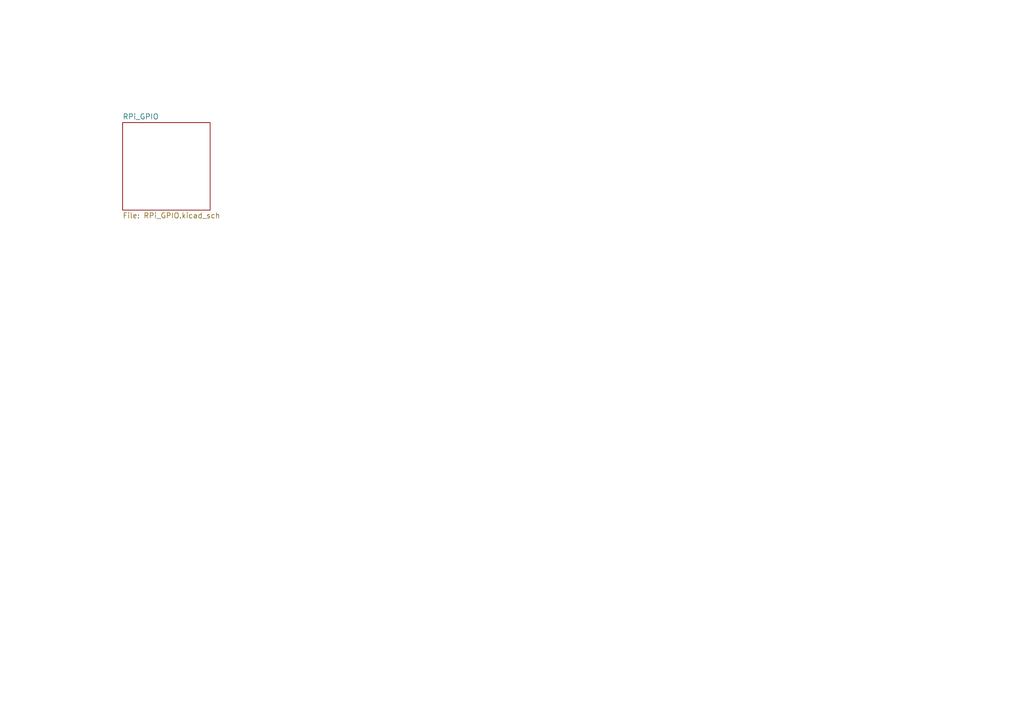
<source format=kicad_sch>
(kicad_sch (version 20230121) (generator eeschema)
  (paper "A4")
  (lib_symbols)
  (sheet (at 35.56 35.56) (size 25.4 25.4)
    (property "Sheetname" "RPi_GPIO" (at 35.56 34.7214 0) (effects (font (size 1.524 1.524)) (justify left bottom)))
    (property "Sheetfile" "RPi_GPIO.kicad_sch" (at 35.56 61.6462 0) (effects (font (size 1.524 1.524)) (justify left top)))
  )
)
</source>
